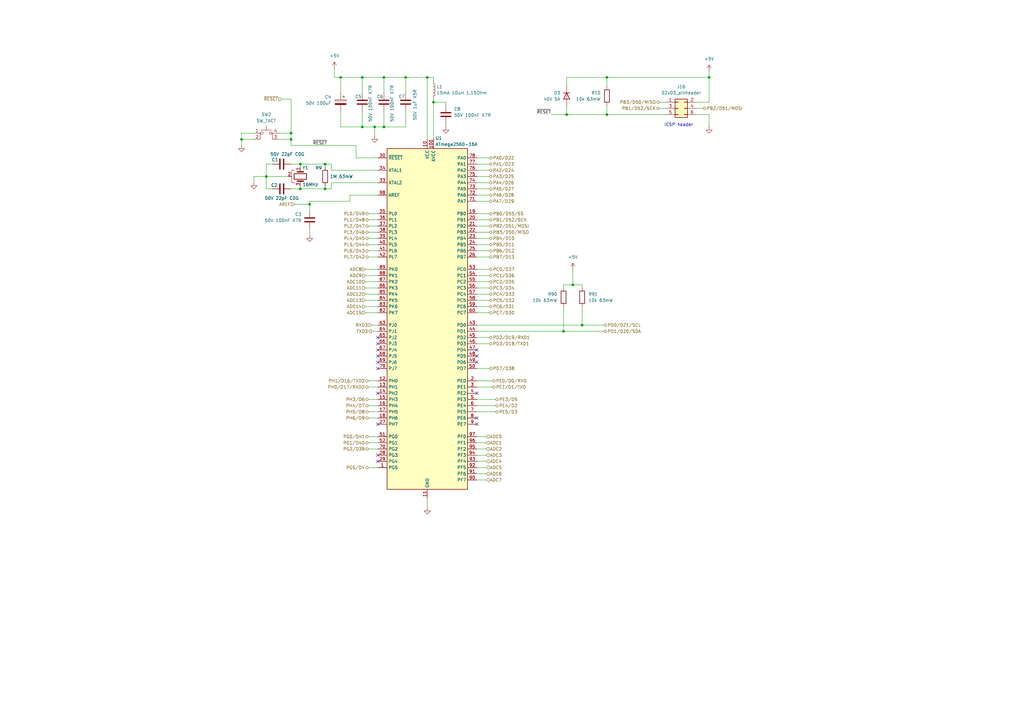
<source format=kicad_sch>
(kicad_sch (version 20250114) (generator "eeschema") (generator_version "9.0")
  (paper "A3")
  (title_block (title "Fontys adaptive robotics AGV platform.") (date "2025-03-01") (rev "V1.0") (company "Mete Han Keskin") (comment 1 "MIT License. Copyright (c) 2025 kestech.net"))
  (lib_symbols
    (symbol "Connector_Generic:Conn_02x03_Odd_Even" (pin_names (offset 1.016) (hide yes))
      (property "Reference" "J" (at 1.27 5.08 0))
      (property "Value" "Conn_02x03_Odd_Even" (at 1.27 -5.08 0))
      (symbol "Conn_02x03_Odd_Even_1_1"
        (rectangle (start -1.27 3.81) (end 3.81 -3.81) (stroke (width 0.254)) (fill (type background)))
        (rectangle (start -1.27 2.667) (end 0 2.413) (stroke (width 0.1524)))
        (rectangle (start -1.27 0.127) (end 0 -0.127) (stroke (width 0.1524)))
        (rectangle (start -1.27 -2.413) (end 0 -2.667) (stroke (width 0.1524)))
        (rectangle (start 3.81 2.667) (end 2.54 2.413) (stroke (width 0.1524)))
        (rectangle (start 3.81 0.127) (end 2.54 -0.127) (stroke (width 0.1524)))
        (rectangle (start 3.81 -2.413) (end 2.54 -2.667) (stroke (width 0.1524)))
        (pin passive line (at -5.08 2.54 0) (length 3.81) (name "Pin_1") (number "1"))
        (pin passive line (at -5.08 0 0) (length 3.81) (name "Pin_3") (number "3"))
        (pin passive line (at -5.08 -2.54 0) (length 3.81) (name "Pin_5") (number "5"))
        (pin passive line (at 7.62 2.54 180) (length 3.81) (name "Pin_2") (number "2"))
        (pin passive line (at 7.62 0 180) (length 3.81) (name "Pin_4") (number "4"))
        (pin passive line (at 7.62 -2.54 180) (length 3.81) (name "Pin_6") (number "6"))
      )
    )
    (symbol "Device:C" (pin_numbers (hide yes)) (pin_names (offset 0.254))
      (property "Reference" "C" (at 0.635 2.54 0))
      (property "Value" "C" (at 0.635 -2.54 0))
      (symbol "C_0_1"
        (polyline (pts (xy -2.032 0.762) (xy 2.032 0.762)) (stroke (width 0.508)))
        (polyline (pts (xy -2.032 -0.762) (xy 2.032 -0.762)) (stroke (width 0.508)))
      )
      (symbol "C_1_1"
        (pin passive line (at 0 3.81 270) (length 2.794) (name "~") (number "1"))
        (pin passive line (at 0 -3.81 90) (length 2.794) (name "~") (number "2"))
      )
    )
    (symbol "Device:C_Polarized" (pin_numbers (hide yes)) (pin_names (offset 0.254))
      (property "Reference" "C" (at 0.635 2.54 0))
      (property "Value" "C_Polarized" (at 0.635 -2.54 0))
      (symbol "C_Polarized_0_1"
        (rectangle (start -2.286 0.508) (end 2.286 1.016))
        (polyline (pts (xy -1.778 2.286) (xy -0.762 2.286)))
        (polyline (pts (xy -1.27 2.794) (xy -1.27 1.778)))
        (rectangle (start 2.286 -0.508) (end -2.286 -1.016) (fill (type outline)))
      )
      (symbol "C_Polarized_1_1"
        (pin passive line (at 0 3.81 270) (length 2.794) (name "~") (number "1"))
        (pin passive line (at 0 -3.81 90) (length 2.794) (name "~") (number "2"))
      )
    )
    (symbol "Device:Crystal_GND2" (pin_names (offset 1.016) (hide yes))
      (property "Reference" "Y" (at 0 5.715 0))
      (property "Value" "Crystal_GND2" (at 0 3.81 0))
      (symbol "Crystal_GND2_0_1"
        (polyline (pts (xy -2.54 0) (xy -1.905 0)))
        (polyline (pts (xy -2.54 -2.286) (xy -2.54 -3.556) (xy 2.54 -3.556) (xy 2.54 -2.286)))
        (polyline (pts (xy -1.905 -1.27) (xy -1.905 1.27)) (stroke (width 0.508)))
        (rectangle (start -1.143 2.54) (end 1.143 -2.54) (stroke (width 0.3048)))
        (polyline (pts (xy 0 -3.81) (xy 0 -3.556)))
        (polyline (pts (xy 1.905 1.27) (xy 1.905 -1.27)) (stroke (width 0.508)))
        (polyline (pts (xy 1.905 0) (xy 2.54 0)))
      )
      (symbol "Crystal_GND2_1_1"
        (pin passive line (at -3.81 0 0) (length 1.27) (name "1") (number "1"))
        (pin passive line (at 0 -5.08 90) (length 1.27) (name "2") (number "2"))
        (pin passive line (at 3.81 0 180) (length 1.27) (name "3") (number "3"))
      )
    )
    (symbol "Device:D" (pin_numbers (hide yes)) (pin_names (offset 1.016) (hide yes))
      (property "Reference" "D" (at 0 2.54 0))
      (property "Value" "D" (at 0 -2.54 0))
      (symbol "D_0_1"
        (polyline (pts (xy -1.27 1.27) (xy -1.27 -1.27)) (stroke (width 0.254)))
        (polyline (pts (xy 1.27 1.27) (xy 1.27 -1.27) (xy -1.27 0) (xy 1.27 1.27)) (stroke (width 0.254)))
        (polyline (pts (xy 1.27 0) (xy -1.27 0)))
      )
      (symbol "D_1_1"
        (pin passive line (at -3.81 0 0) (length 2.54) (name "K") (number "1"))
        (pin passive line (at 3.81 0 180) (length 2.54) (name "A") (number "2"))
      )
    )
    (symbol "Device:L" (pin_numbers (hide yes)) (pin_names (offset 1.016) (hide yes))
      (property "Reference" "L" (at -1.27 0 90))
      (property "Value" "L" (at 1.905 0 90))
      (symbol "L_0_1"
        (arc (start 0 2.54) (mid 0.6323 1.905) (end 0 1.27))
        (arc (start 0 1.27) (mid 0.6323 0.635) (end 0 0))
        (arc (start 0 0) (mid 0.6323 -0.635) (end 0 -1.27))
        (arc (start 0 -1.27) (mid 0.6323 -1.905) (end 0 -2.54))
      )
      (symbol "L_1_1"
        (pin passive line (at 0 3.81 270) (length 1.27) (name "1") (number "1"))
        (pin passive line (at 0 -3.81 90) (length 1.27) (name "2") (number "2"))
      )
    )
    (symbol "Device:R" (pin_numbers (hide yes)) (pin_names (offset 0))
      (property "Reference" "R" (at 2.032 0 90))
      (property "Value" "R" (at 0 0 90))
      (symbol "R_0_1"
        (rectangle (start -1.016 -2.54) (end 1.016 2.54) (stroke (width 0.254)))
      )
      (symbol "R_1_1"
        (pin passive line (at 0 3.81 270) (length 1.27) (name "~") (number "1"))
        (pin passive line (at 0 -3.81 90) (length 1.27) (name "~") (number "2"))
      )
    )
    (symbol "MCU_Microchip_ATmega:ATmega2560-16A"
      (property "Reference" "U" (at 0 1.27 0))
      (property "Value" "ATmega2560-16A" (at 0 -1.27 0))
      (symbol "ATmega2560-16A_0_1"
        (rectangle (start -16.51 -69.85) (end 16.51 69.85) (stroke (width 0.254)) (fill (type background)))
      )
      (symbol "ATmega2560-16A_1_1"
        (pin input line (at -20.32 66.04 0) (length 3.81) (name "~{RESET}") (number "30"))
        (pin input line (at -20.32 60.96 0) (length 3.81) (name "XTAL1") (number "34"))
        (pin output line (at -20.32 55.88 0) (length 3.81) (name "XTAL2") (number "33"))
        (pin passive line (at -20.32 50.8 0) (length 3.81) (name "AREF") (number "98"))
        (pin bidirectional line (at -20.32 43.18 0) (length 3.81) (name "PL0") (number "35"))
        (pin bidirectional line (at -20.32 40.64 0) (length 3.81) (name "PL1") (number "36"))
        (pin bidirectional line (at -20.32 38.1 0) (length 3.81) (name "PL2") (number "37"))
        (pin bidirectional line (at -20.32 35.56 0) (length 3.81) (name "PL3") (number "38"))
        (pin bidirectional line (at -20.32 33.02 0) (length 3.81) (name "PL4") (number "39"))
        (pin bidirectional line (at -20.32 30.48 0) (length 3.81) (name "PL5") (number "40"))
        (pin bidirectional line (at -20.32 27.94 0) (length 3.81) (name "PL6") (number "41"))
        (pin bidirectional line (at -20.32 25.4 0) (length 3.81) (name "PL7") (number "42"))
        (pin bidirectional line (at -20.32 20.32 0) (length 3.81) (name "PK0") (number "89"))
        (pin bidirectional line (at -20.32 17.78 0) (length 3.81) (name "PK1") (number "88"))
        (pin bidirectional line (at -20.32 15.24 0) (length 3.81) (name "PK2") (number "87"))
        (pin bidirectional line (at -20.32 12.7 0) (length 3.81) (name "PK3") (number "86"))
        (pin bidirectional line (at -20.32 10.16 0) (length 3.81) (name "PK4") (number "85"))
        (pin bidirectional line (at -20.32 7.62 0) (length 3.81) (name "PK5") (number "84"))
        (pin bidirectional line (at -20.32 5.08 0) (length 3.81) (name "PK6") (number "83"))
        (pin bidirectional line (at -20.32 2.54 0) (length 3.81) (name "PK7") (number "82"))
        (pin bidirectional line (at -20.32 -2.54 0) (length 3.81) (name "PJ0") (number "63"))
        (pin bidirectional line (at -20.32 -5.08 0) (length 3.81) (name "PJ1") (number "64"))
        (pin bidirectional line (at -20.32 -7.62 0) (length 3.81) (name "PJ2") (number "65"))
        (pin bidirectional line (at -20.32 -10.16 0) (length 3.81) (name "PJ3") (number "66"))
        (pin bidirectional line (at -20.32 -12.7 0) (length 3.81) (name "PJ4") (number "67"))
        (pin bidirectional line (at -20.32 -15.24 0) (length 3.81) (name "PJ5") (number "68"))
        (pin bidirectional line (at -20.32 -17.78 0) (length 3.81) (name "PJ6") (number "69"))
        (pin bidirectional line (at -20.32 -20.32 0) (length 3.81) (name "PJ7") (number "79"))
        (pin bidirectional line (at -20.32 -25.4 0) (length 3.81) (name "PH0") (number "12"))
        (pin bidirectional line (at -20.32 -27.94 0) (length 3.81) (name "PH1") (number "13"))
        (pin bidirectional line (at -20.32 -30.48 0) (length 3.81) (name "PH2") (number "14"))
        (pin bidirectional line (at -20.32 -33.02 0) (length 3.81) (name "PH3") (number "15"))
        (pin bidirectional line (at -20.32 -35.56 0) (length 3.81) (name "PH4") (number "16"))
        (pin bidirectional line (at -20.32 -38.1 0) (length 3.81) (name "PH5") (number "17"))
        (pin bidirectional line (at -20.32 -40.64 0) (length 3.81) (name "PH6") (number "18"))
        (pin bidirectional line (at -20.32 -43.18 0) (length 3.81) (name "PH7") (number "27"))
        (pin bidirectional line (at -20.32 -48.26 0) (length 3.81) (name "PG0") (number "51"))
        (pin bidirectional line (at -20.32 -50.8 0) (length 3.81) (name "PG1") (number "52"))
        (pin bidirectional line (at -20.32 -53.34 0) (length 3.81) (name "PG2") (number "70"))
        (pin bidirectional line (at -20.32 -55.88 0) (length 3.81) (name "PG3") (number "28"))
        (pin bidirectional line (at -20.32 -58.42 0) (length 3.81) (name "PG4") (number "29"))
        (pin bidirectional line (at -20.32 -60.96 0) (length 3.81) (name "PG5") (number "1"))
        (pin power_in line (at 0 73.66 270) (length 3.81) (name "VCC") (number "10"))
        (pin passive line (at 0 73.66 270) (length 3.81) (hide yes) (name "VCC") (number "31"))
        (pin passive line (at 0 73.66 270) (length 3.81) (hide yes) (name "VCC") (number "61"))
        (pin passive line (at 0 73.66 270) (length 3.81) (hide yes) (name "VCC") (number "80"))
        (pin power_in line (at 0 -73.66 90) (length 3.81) (name "GND") (number "11"))
        (pin passive line (at 0 -73.66 90) (length 3.81) (hide yes) (name "GND") (number "32"))
        (pin passive line (at 0 -73.66 90) (length 3.81) (hide yes) (name "GND") (number "62"))
        (pin passive line (at 0 -73.66 90) (length 3.81) (hide yes) (name "GND") (number "81"))
        (pin passive line (at 0 -73.66 90) (length 3.81) (hide yes) (name "GND") (number "99"))
        (pin power_in line (at 2.54 73.66 270) (length 3.81) (name "AVCC") (number "100"))
        (pin bidirectional line (at 20.32 66.04 180) (length 3.81) (name "PA0") (number "78"))
        (pin bidirectional line (at 20.32 63.5 180) (length 3.81) (name "PA1") (number "77"))
        (pin bidirectional line (at 20.32 60.96 180) (length 3.81) (name "PA2") (number "76"))
        (pin bidirectional line (at 20.32 58.42 180) (length 3.81) (name "PA3") (number "75"))
        (pin bidirectional line (at 20.32 55.88 180) (length 3.81) (name "PA4") (number "74"))
        (pin bidirectional line (at 20.32 53.34 180) (length 3.81) (name "PA5") (number "73"))
        (pin bidirectional line (at 20.32 50.8 180) (length 3.81) (name "PA6") (number "72"))
        (pin bidirectional line (at 20.32 48.26 180) (length 3.81) (name "PA7") (number "71"))
        (pin bidirectional line (at 20.32 43.18 180) (length 3.81) (name "PB0") (number "19"))
        (pin bidirectional line (at 20.32 40.64 180) (length 3.81) (name "PB1") (number "20"))
        (pin bidirectional line (at 20.32 38.1 180) (length 3.81) (name "PB2") (number "21"))
        (pin bidirectional line (at 20.32 35.56 180) (length 3.81) (name "PB3") (number "22"))
        (pin bidirectional line (at 20.32 33.02 180) (length 3.81) (name "PB4") (number "23"))
        (pin bidirectional line (at 20.32 30.48 180) (length 3.81) (name "PB5") (number "24"))
        (pin bidirectional line (at 20.32 27.94 180) (length 3.81) (name "PB6") (number "25"))
        (pin bidirectional line (at 20.32 25.4 180) (length 3.81) (name "PB7") (number "26"))
        (pin bidirectional line (at 20.32 20.32 180) (length 3.81) (name "PC0") (number "53"))
        (pin bidirectional line (at 20.32 17.78 180) (length 3.81) (name "PC1") (number "54"))
        (pin bidirectional line (at 20.32 15.24 180) (length 3.81) (name "PC2") (number "55"))
        (pin bidirectional line (at 20.32 12.7 180) (length 3.81) (name "PC3") (number "56"))
        (pin bidirectional line (at 20.32 10.16 180) (length 3.81) (name "PC4") (number "57"))
        (pin bidirectional line (at 20.32 7.62 180) (length 3.81) (name "PC5") (number "58"))
        (pin bidirectional line (at 20.32 5.08 180) (length 3.81) (name "PC6") (number "59"))
        (pin bidirectional line (at 20.32 2.54 180) (length 3.81) (name "PC7") (number "60"))
        (pin bidirectional line (at 20.32 -2.54 180) (length 3.81) (name "PD0") (number "43"))
        (pin bidirectional line (at 20.32 -5.08 180) (length 3.81) (name "PD1") (number "44"))
        (pin bidirectional line (at 20.32 -7.62 180) (length 3.81) (name "PD2") (number "45"))
        (pin bidirectional line (at 20.32 -10.16 180) (length 3.81) (name "PD3") (number "46"))
        (pin bidirectional line (at 20.32 -12.7 180) (length 3.81) (name "PD4") (number "47"))
        (pin bidirectional line (at 20.32 -15.24 180) (length 3.81) (name "PD5") (number "48"))
        (pin bidirectional line (at 20.32 -17.78 180) (length 3.81) (name "PD6") (number "49"))
        (pin bidirectional line (at 20.32 -20.32 180) (length 3.81) (name "PD7") (number "50"))
        (pin bidirectional line (at 20.32 -25.4 180) (length 3.81) (name "PE0") (number "2"))
        (pin bidirectional line (at 20.32 -27.94 180) (length 3.81) (name "PE1") (number "3"))
        (pin bidirectional line (at 20.32 -30.48 180) (length 3.81) (name "PE2") (number "4"))
        (pin bidirectional line (at 20.32 -33.02 180) (length 3.81) (name "PE3") (number "5"))
        (pin bidirectional line (at 20.32 -35.56 180) (length 3.81) (name "PE4") (number "6"))
        (pin bidirectional line (at 20.32 -38.1 180) (length 3.81) (name "PE5") (number "7"))
        (pin bidirectional line (at 20.32 -40.64 180) (length 3.81) (name "PE6") (number "8"))
        (pin bidirectional line (at 20.32 -43.18 180) (length 3.81) (name "PE7") (number "9"))
        (pin bidirectional line (at 20.32 -48.26 180) (length 3.81) (name "PF0") (number "97"))
        (pin bidirectional line (at 20.32 -50.8 180) (length 3.81) (name "PF1") (number "96"))
        (pin bidirectional line (at 20.32 -53.34 180) (length 3.81) (name "PF2") (number "95"))
        (pin bidirectional line (at 20.32 -55.88 180) (length 3.81) (name "PF3") (number "94"))
        (pin bidirectional line (at 20.32 -58.42 180) (length 3.81) (name "PF4") (number "93"))
        (pin bidirectional line (at 20.32 -60.96 180) (length 3.81) (name "PF5") (number "92"))
        (pin bidirectional line (at 20.32 -63.5 180) (length 3.81) (name "PF6") (number "91"))
        (pin bidirectional line (at 20.32 -66.04 180) (length 3.81) (name "PF7") (number "90"))
      )
    )
    (symbol "Switch:SW_MEC_5E" (pin_names (offset 1.016) (hide yes))
      (property "Reference" "SW" (at 0.635 5.715 0))
      (property "Value" "SW_MEC_5E" (at 0 -3.175 0))
      (symbol "SW_MEC_5E_0_1"
        (polyline (pts (xy -2.54 0) (xy -2.54 2.54) (xy -2.286 2.54)))
        (polyline (pts (xy -2.286 3.81) (xy 2.286 3.81)))
        (circle (center -1.778 2.54) (radius 0.508))
        (polyline (pts (xy 0 3.81) (xy 0 5.588)))
        (circle (center 1.778 2.54) (radius 0.508))
        (polyline (pts (xy 2.54 0) (xy 2.54 2.54) (xy 2.286 2.54)))
        (pin passive line (at -5.08 2.54 0) (length 2.54) (name "1") (number "1"))
        (pin passive line (at -5.08 0 0) (length 2.54) (name "2") (number "2"))
        (pin passive line (at 5.08 2.54 180) (length 2.54) (name "A") (number "4"))
        (pin passive line (at 5.08 0 180) (length 2.54) (name "K") (number "3"))
      )
    )
    (symbol "power:+5V" (power) (pin_numbers (hide yes)) (pin_names (offset 0) (hide yes))
      (property "Value" "+5V" (at 0 3.556 0))
      (symbol "+5V_0_1"
        (polyline (pts (xy -0.762 1.27) (xy 0 2.54)))
        (polyline (pts (xy 0 2.54) (xy 0.762 1.27)))
        (polyline (pts (xy 0 0) (xy 0 2.54)))
      )
      (symbol "+5V_1_1"
        (pin power_in line (at 0 0 90) (length 0) (name "~") (number "1"))
      )
    )
    (symbol "power:GND" (power) (pin_numbers (hide yes)) (pin_names (offset 0) (hide yes))
      (property "Value" "GND" (at 0 -3.81 0))
      (symbol "GND_0_1"
        (polyline (pts (xy 0 0) (xy 0 -1.27) (xy 1.27 -1.27) (xy 0 -2.54) (xy -1.27 -1.27) (xy 0 -1.27)))
      )
      (symbol "GND_1_1"
        (pin power_in line (at 0 0 270) (length 0) (name "~") (number "1"))
      )
    )
  )
  (text "ICSP header" (at 278.384 51.308 0) (effects (font (size 1.27 1.27))))
  (junction (at 157.48 31.75))
  (junction (at 139.7 31.75))
  (junction (at 175.26 31.75))
  (junction (at 248.92 31.75))
  (junction (at 238.76 133.35))
  (junction (at 123.19 77.47))
  (junction (at 153.67 52.07))
  (junction (at 231.14 135.89))
  (junction (at 133.35 77.47))
  (junction (at 99.06 57.15))
  (junction (at 232.41 46.99))
  (junction (at 177.8 41.91))
  (junction (at 119.38 57.15))
  (junction (at 133.35 67.31))
  (junction (at 119.38 54.61))
  (junction (at 166.37 31.75))
  (junction (at 148.59 52.07))
  (junction (at 290.83 31.75))
  (junction (at 123.19 67.31))
  (junction (at 248.92 46.99))
  (junction (at 157.48 52.07))
  (junction (at 234.95 116.84))
  (junction (at 109.22 72.39))
  (junction (at 148.59 31.75))
  (junction (at 127 83.82))
  (no_connect (at 195.58 161.29))
  (no_connect (at 195.58 148.59))
  (no_connect (at 154.94 151.13))
  (no_connect (at 154.94 173.99))
  (no_connect (at 195.58 143.51))
  (no_connect (at 195.58 146.05))
  (no_connect (at 154.94 148.59))
  (no_connect (at 154.94 146.05))
  (no_connect (at 154.94 140.97))
  (no_connect (at 195.58 173.99))
  (no_connect (at 154.94 161.29))
  (no_connect (at 154.94 138.43))
  (no_connect (at 154.94 143.51))
  (no_connect (at 154.94 186.69))
  (no_connect (at 154.94 189.23))
  (no_connect (at 195.58 171.45))
  (wire (pts (xy 232.41 43.18) (xy 232.41 46.99)))
  (wire (pts (xy 200.66 123.19) (xy 195.58 123.19)))
  (wire (pts (xy 99.06 57.15) (xy 99.06 59.69)))
  (wire (pts (xy 200.66 95.25) (xy 195.58 95.25)))
  (wire (pts (xy 199.39 191.77) (xy 195.58 191.77)))
  (wire (pts (xy 157.48 31.75) (xy 157.48 38.1)))
  (wire (pts (xy 148.59 45.72) (xy 148.59 52.07)))
  (wire (pts (xy 139.7 31.75) (xy 148.59 31.75)))
  (wire (pts (xy 135.89 69.85) (xy 154.94 69.85)))
  (wire (pts (xy 115.57 40.64) (xy 119.38 40.64)))
  (wire (pts (xy 149.86 125.73) (xy 154.94 125.73)))
  (wire (pts (xy 231.14 135.89) (xy 195.58 135.89)))
  (wire (pts (xy 200.66 100.33) (xy 195.58 100.33)))
  (wire (pts (xy 139.7 52.07) (xy 148.59 52.07)))
  (wire (pts (xy 123.19 67.31) (xy 123.19 68.58)))
  (wire (pts (xy 119.38 67.31) (xy 123.19 67.31)))
  (wire (pts (xy 200.66 110.49) (xy 195.58 110.49)))
  (wire (pts (xy 195.58 69.85) (xy 200.66 69.85)))
  (wire (pts (xy 127 96.52) (xy 127 93.98)))
  (wire (pts (xy 148.59 31.75) (xy 157.48 31.75)))
  (wire (pts (xy 139.7 31.75) (xy 139.7 38.1)))
  (wire (pts (xy 153.67 52.07) (xy 157.48 52.07)))
  (wire (pts (xy 157.48 45.72) (xy 157.48 52.07)))
  (wire (pts (xy 195.58 166.37) (xy 203.2 166.37)))
  (wire (pts (xy 151.13 100.33) (xy 154.94 100.33)))
  (wire (pts (xy 149.86 128.27) (xy 154.94 128.27)))
  (wire (pts (xy 151.13 168.91) (xy 154.94 168.91)))
  (wire (pts (xy 104.14 54.61) (xy 99.06 54.61)))
  (wire (pts (xy 120.65 83.82) (xy 127 83.82)))
  (wire (pts (xy 154.94 64.77) (xy 146.05 64.77)))
  (wire (pts (xy 182.88 41.91) (xy 182.88 43.18)))
  (wire (pts (xy 104.14 57.15) (xy 99.06 57.15)))
  (wire (pts (xy 148.59 31.75) (xy 148.59 38.1)))
  (wire (pts (xy 119.38 59.69) (xy 146.05 59.69)))
  (wire (pts (xy 149.86 118.11) (xy 154.94 118.11)))
  (wire (pts (xy 199.39 189.23) (xy 195.58 189.23)))
  (wire (pts (xy 182.88 41.91) (xy 177.8 41.91)))
  (wire (pts (xy 177.8 31.75) (xy 177.8 33.02)))
  (wire (pts (xy 195.58 80.01) (xy 200.66 80.01)))
  (wire (pts (xy 151.13 191.77) (xy 154.94 191.77)))
  (wire (pts (xy 151.13 90.17) (xy 154.94 90.17)))
  (wire (pts (xy 285.75 44.45) (xy 288.29 44.45)))
  (wire (pts (xy 151.13 105.41) (xy 154.94 105.41)))
  (wire (pts (xy 200.66 125.73) (xy 195.58 125.73)))
  (wire (pts (xy 104.14 74.93) (xy 104.14 72.39)))
  (wire (pts (xy 151.13 163.83) (xy 154.94 163.83)))
  (wire (pts (xy 238.76 125.73) (xy 238.76 133.35)))
  (wire (pts (xy 123.19 77.47) (xy 123.19 76.2)))
  (wire (pts (xy 114.3 54.61) (xy 119.38 54.61)))
  (wire (pts (xy 238.76 133.35) (xy 247.65 133.35)))
  (wire (pts (xy 177.8 41.91) (xy 177.8 57.15)))
  (wire (pts (xy 285.75 46.99) (xy 290.83 46.99)))
  (wire (pts (xy 151.13 171.45) (xy 154.94 171.45)))
  (wire (pts (xy 199.39 196.85) (xy 195.58 196.85)))
  (wire (pts (xy 151.13 158.75) (xy 154.94 158.75)))
  (wire (pts (xy 248.92 35.56) (xy 248.92 31.75)))
  (wire (pts (xy 151.13 156.21) (xy 154.94 156.21)))
  (wire (pts (xy 109.22 72.39) (xy 118.11 72.39)))
  (wire (pts (xy 247.65 135.89) (xy 231.14 135.89)))
  (wire (pts (xy 195.58 151.13) (xy 200.66 151.13)))
  (wire (pts (xy 195.58 74.93) (xy 200.66 74.93)))
  (wire (pts (xy 151.13 179.07) (xy 154.94 179.07)))
  (wire (pts (xy 143.51 82.55) (xy 143.51 80.01)))
  (wire (pts (xy 177.8 40.64) (xy 177.8 41.91)))
  (wire (pts (xy 166.37 31.75) (xy 175.26 31.75)))
  (wire (pts (xy 234.95 110.49) (xy 234.95 116.84)))
  (wire (pts (xy 182.88 50.8) (xy 182.88 52.07)))
  (wire (pts (xy 290.83 46.99) (xy 290.83 52.07)))
  (wire (pts (xy 195.58 82.55) (xy 200.66 82.55)))
  (wire (pts (xy 135.89 67.31) (xy 135.89 69.85)))
  (wire (pts (xy 195.58 156.21) (xy 201.93 156.21)))
  (wire (pts (xy 270.51 44.45) (xy 273.05 44.45)))
  (wire (pts (xy 127 86.36) (xy 127 83.82)))
  (wire (pts (xy 151.13 184.15) (xy 154.94 184.15)))
  (wire (pts (xy 199.39 181.61) (xy 195.58 181.61)))
  (wire (pts (xy 290.83 29.21) (xy 290.83 31.75)))
  (wire (pts (xy 133.35 77.47) (xy 123.19 77.47)))
  (wire (pts (xy 137.16 31.75) (xy 139.7 31.75)))
  (wire (pts (xy 137.16 27.94) (xy 137.16 31.75)))
  (wire (pts (xy 135.89 77.47) (xy 133.35 77.47)))
  (wire (pts (xy 133.35 68.58) (xy 133.35 67.31)))
  (wire (pts (xy 199.39 184.15) (xy 195.58 184.15)))
  (wire (pts (xy 200.66 90.17) (xy 195.58 90.17)))
  (wire (pts (xy 152.4 133.35) (xy 154.94 133.35)))
  (wire (pts (xy 200.66 140.97) (xy 195.58 140.97)))
  (wire (pts (xy 146.05 64.77) (xy 146.05 59.69)))
  (wire (pts (xy 195.58 64.77) (xy 200.66 64.77)))
  (wire (pts (xy 195.58 72.39) (xy 200.66 72.39)))
  (wire (pts (xy 226.06 46.99) (xy 232.41 46.99)))
  (wire (pts (xy 195.58 168.91) (xy 203.2 168.91)))
  (wire (pts (xy 234.95 116.84) (xy 238.76 116.84)))
  (wire (pts (xy 149.86 115.57) (xy 154.94 115.57)))
  (wire (pts (xy 290.83 31.75) (xy 290.83 41.91)))
  (wire (pts (xy 232.41 46.99) (xy 248.92 46.99)))
  (wire (pts (xy 200.66 138.43) (xy 195.58 138.43)))
  (wire (pts (xy 175.26 31.75) (xy 175.26 57.15)))
  (wire (pts (xy 139.7 45.72) (xy 139.7 52.07)))
  (wire (pts (xy 151.13 92.71) (xy 154.94 92.71)))
  (wire (pts (xy 149.86 123.19) (xy 154.94 123.19)))
  (wire (pts (xy 199.39 179.07) (xy 195.58 179.07)))
  (wire (pts (xy 231.14 125.73) (xy 231.14 135.89)))
  (wire (pts (xy 119.38 57.15) (xy 114.3 57.15)))
  (wire (pts (xy 151.13 181.61) (xy 154.94 181.61)))
  (wire (pts (xy 166.37 52.07) (xy 166.37 45.72)))
  (wire (pts (xy 199.39 186.69) (xy 195.58 186.69)))
  (wire (pts (xy 149.86 113.03) (xy 154.94 113.03)))
  (wire (pts (xy 152.4 135.89) (xy 154.94 135.89)))
  (wire (pts (xy 104.14 72.39) (xy 109.22 72.39)))
  (wire (pts (xy 200.66 97.79) (xy 195.58 97.79)))
  (wire (pts (xy 199.39 194.31) (xy 195.58 194.31)))
  (wire (pts (xy 119.38 77.47) (xy 123.19 77.47)))
  (wire (pts (xy 238.76 116.84) (xy 238.76 118.11)))
  (wire (pts (xy 166.37 31.75) (xy 166.37 38.1)))
  (wire (pts (xy 200.66 118.11) (xy 195.58 118.11)))
  (wire (pts (xy 119.38 59.69) (xy 119.38 57.15)))
  (wire (pts (xy 200.66 92.71) (xy 195.58 92.71)))
  (wire (pts (xy 119.38 40.64) (xy 119.38 54.61)))
  (wire (pts (xy 231.14 116.84) (xy 231.14 118.11)))
  (wire (pts (xy 175.26 204.47) (xy 175.26 208.28)))
  (wire (pts (xy 151.13 87.63) (xy 154.94 87.63)))
  (wire (pts (xy 248.92 43.18) (xy 248.92 46.99)))
  (wire (pts (xy 157.48 31.75) (xy 166.37 31.75)))
  (wire (pts (xy 200.66 105.41) (xy 195.58 105.41)))
  (wire (pts (xy 200.66 120.65) (xy 195.58 120.65)))
  (wire (pts (xy 231.14 116.84) (xy 234.95 116.84)))
  (wire (pts (xy 151.13 166.37) (xy 154.94 166.37)))
  (wire (pts (xy 151.13 102.87) (xy 154.94 102.87)))
  (wire (pts (xy 149.86 120.65) (xy 154.94 120.65)))
  (wire (pts (xy 248.92 31.75) (xy 290.83 31.75)))
  (wire (pts (xy 148.59 52.07) (xy 153.67 52.07)))
  (wire (pts (xy 195.58 77.47) (xy 200.66 77.47)))
  (wire (pts (xy 195.58 67.31) (xy 200.66 67.31)))
  (wire (pts (xy 133.35 67.31) (xy 123.19 67.31)))
  (wire (pts (xy 200.66 102.87) (xy 195.58 102.87)))
  (wire (pts (xy 238.76 133.35) (xy 195.58 133.35)))
  (wire (pts (xy 99.06 54.61) (xy 99.06 57.15)))
  (wire (pts (xy 153.67 52.07) (xy 153.67 55.88)))
  (wire (pts (xy 195.58 163.83) (xy 203.2 163.83)))
  (wire (pts (xy 151.13 97.79) (xy 154.94 97.79)))
  (wire (pts (xy 111.76 67.31) (xy 109.22 67.31)))
  (wire (pts (xy 133.35 67.31) (xy 135.89 67.31)))
  (wire (pts (xy 109.22 67.31) (xy 109.22 72.39)))
  (wire (pts (xy 135.89 74.93) (xy 135.89 77.47)))
  (wire (pts (xy 127 82.55) (xy 143.51 82.55)))
  (wire (pts (xy 127 83.82) (xy 127 82.55)))
  (wire (pts (xy 285.75 41.91) (xy 290.83 41.91)))
  (wire (pts (xy 232.41 35.56) (xy 232.41 31.75)))
  (wire (pts (xy 154.94 74.93) (xy 135.89 74.93)))
  (wire (pts (xy 200.66 87.63) (xy 195.58 87.63)))
  (wire (pts (xy 149.86 110.49) (xy 154.94 110.49)))
  (wire (pts (xy 195.58 158.75) (xy 201.93 158.75)))
  (wire (pts (xy 175.26 31.75) (xy 177.8 31.75)))
  (wire (pts (xy 200.66 115.57) (xy 195.58 115.57)))
  (wire (pts (xy 270.51 41.91) (xy 273.05 41.91)))
  (wire (pts (xy 111.76 77.47) (xy 109.22 77.47)))
  (wire (pts (xy 200.66 128.27) (xy 195.58 128.27)))
  (wire (pts (xy 200.66 113.03) (xy 195.58 113.03)))
  (wire (pts (xy 157.48 52.07) (xy 166.37 52.07)))
  (wire (pts (xy 151.13 95.25) (xy 154.94 95.25)))
  (wire (pts (xy 248.92 46.99) (xy 273.05 46.99)))
  (wire (pts (xy 143.51 80.01) (xy 154.94 80.01)))
  (wire (pts (xy 133.35 76.2) (xy 133.35 77.47)))
  (wire (pts (xy 109.22 77.47) (xy 109.22 72.39)))
  (wire (pts (xy 232.41 31.75) (xy 248.92 31.75)))
  (wire (pts (xy 119.38 57.15) (xy 119.38 54.61)))
  (label "~{RESET}" (at 128.27 59.69 0))
  (label "~{RESET}" (at 226.06 46.99 180))
  (hierarchical_label "PC6{slash}D31" (shape bidirectional) (at 200.66 125.73 0))
  (hierarchical_label "PB5{slash}D11" (shape bidirectional) (at 200.66 100.33 0))
  (hierarchical_label "PC1{slash}D36" (shape bidirectional) (at 200.66 113.03 0))
  (hierarchical_label "ADC13" (shape input) (at 149.86 123.19 180))
  (hierarchical_label "PG5{slash}D4" (shape bidirectional) (at 151.13 191.77 180))
  (hierarchical_label "TXD3" (shape output) (at 152.4 135.89 180))
  (hierarchical_label "PB1{slash}D52{slash}SCK" (shape bidirectional) (at 200.66 90.17 0))
  (hierarchical_label "PA6{slash}D28" (shape bidirectional) (at 200.66 80.01 0))
  (hierarchical_label "PC2{slash}D35" (shape bidirectional) (at 200.66 115.57 0))
  (hierarchical_label "PG0{slash}D41" (shape bidirectional) (at 151.13 179.07 180))
  (hierarchical_label "PC5{slash}D32" (shape bidirectional) (at 200.66 123.19 0))
  (hierarchical_label "~{RESET}" (shape input) (at 115.57 40.64 180))
  (hierarchical_label "ADC5" (shape input) (at 199.39 191.77 0))
  (hierarchical_label "PH5{slash}D8" (shape bidirectional) (at 151.13 168.91 180))
  (hierarchical_label "PE5{slash}D3" (shape bidirectional) (at 203.2 168.91 0))
  (hierarchical_label "PB3{slash}D50{slash}MISO" (shape bidirectional) (at 270.51 41.91 180))
  (hierarchical_label "PH6{slash}D9" (shape bidirectional) (at 151.13 171.45 180))
  (hierarchical_label "PH3{slash}D6" (shape bidirectional) (at 151.13 163.83 180))
  (hierarchical_label "PA7{slash}D29" (shape bidirectional) (at 200.66 82.55 0))
  (hierarchical_label "PC7{slash}D30" (shape bidirectional) (at 200.66 128.27 0))
  (hierarchical_label "RXD3" (shape input) (at 152.4 133.35 180))
  (hierarchical_label "PD1{slash}D20{slash}SDA" (shape bidirectional) (at 247.65 135.89 0))
  (hierarchical_label "PL4{slash}D45" (shape bidirectional) (at 151.13 97.79 180))
  (hierarchical_label "ADC4" (shape input) (at 199.39 189.23 0))
  (hierarchical_label "PG2{slash}D39" (shape bidirectional) (at 151.13 184.15 180))
  (hierarchical_label "ADC1" (shape input) (at 199.39 181.61 0))
  (hierarchical_label "PE4{slash}D2" (shape bidirectional) (at 203.2 166.37 0))
  (hierarchical_label "ADC7" (shape input) (at 199.39 196.85 0))
  (hierarchical_label "PB2{slash}D51{slash}MOSI" (shape bidirectional) (at 288.29 44.45 0))
  (hierarchical_label "PB4{slash}D10" (shape bidirectional) (at 200.66 97.79 0))
  (hierarchical_label "ADC11" (shape input) (at 149.86 118.11 180))
  (hierarchical_label "PL5{slash}D44" (shape bidirectional) (at 151.13 100.33 180))
  (hierarchical_label "ADC15" (shape input) (at 149.86 128.27 180))
  (hierarchical_label "PH1{slash}D16{slash}TXD2" (shape bidirectional) (at 151.13 156.21 180))
  (hierarchical_label "ADC8" (shape input) (at 149.86 110.49 180))
  (hierarchical_label "PB2{slash}D51{slash}MOSI" (shape bidirectional) (at 200.66 92.71 0))
  (hierarchical_label "PB0{slash}D55{slash}SS" (shape bidirectional) (at 200.66 87.63 0))
  (hierarchical_label "PC4{slash}D33" (shape bidirectional) (at 200.66 120.65 0))
  (hierarchical_label "PA5{slash}D27" (shape bidirectional) (at 200.66 77.47 0))
  (hierarchical_label "PA2{slash}D24" (shape bidirectional) (at 200.66 69.85 0))
  (hierarchical_label "PD3{slash}D18{slash}TXD1" (shape bidirectional) (at 200.66 140.97 0))
  (hierarchical_label "PD0{slash}D21{slash}SCL" (shape bidirectional) (at 247.65 133.35 0))
  (hierarchical_label "PE3{slash}D5" (shape bidirectional) (at 203.2 163.83 0))
  (hierarchical_label "PB7{slash}D13" (shape bidirectional) (at 200.66 105.41 0))
  (hierarchical_label "PG1{slash}D40" (shape bidirectional) (at 151.13 181.61 180))
  (hierarchical_label "ADC0" (shape input) (at 199.39 179.07 0))
  (hierarchical_label "PA3{slash}D25" (shape bidirectional) (at 200.66 72.39 0))
  (hierarchical_label "PD7{slash}D38" (shape bidirectional) (at 200.66 151.13 0))
  (hierarchical_label "PC3{slash}D34" (shape bidirectional) (at 200.66 118.11 0))
  (hierarchical_label "ADC6" (shape input) (at 199.39 194.31 0))
  (hierarchical_label "PC0{slash}D37" (shape bidirectional) (at 200.66 110.49 0))
  (hierarchical_label "PH0{slash}D17{slash}RXD2" (shape bidirectional) (at 151.13 158.75 180))
  (hierarchical_label "PE0{slash}D0{slash}RX0" (shape bidirectional) (at 201.93 156.21 0))
  (hierarchical_label "PH4{slash}D7" (shape bidirectional) (at 151.13 166.37 180))
  (hierarchical_label "PL6{slash}D43" (shape bidirectional) (at 151.13 102.87 180))
  (hierarchical_label "PA1{slash}D23" (shape bidirectional) (at 200.66 67.31 0))
  (hierarchical_label "PL2{slash}D47" (shape bidirectional) (at 151.13 92.71 180))
  (hierarchical_label "ADC10" (shape input) (at 149.86 115.57 180))
  (hierarchical_label "ADC14" (shape input) (at 149.86 125.73 180))
  (hierarchical_label "PE1{slash}D1{slash}TX0" (shape bidirectional) (at 201.93 158.75 0))
  (hierarchical_label "PL0{slash}D49" (shape bidirectional) (at 151.13 87.63 180))
  (hierarchical_label "PL7{slash}D42" (shape bidirectional) (at 151.13 105.41 180))
  (hierarchical_label "PA4{slash}D26" (shape bidirectional) (at 200.66 74.93 0))
  (hierarchical_label "PL3{slash}D46" (shape bidirectional) (at 151.13 95.25 180))
  (hierarchical_label "PB1{slash}D52{slash}SCK" (shape bidirectional) (at 270.51 44.45 180))
  (hierarchical_label "ADC3" (shape input) (at 199.39 186.69 0))
  (hierarchical_label "AREF" (shape input) (at 120.65 83.82 180))
  (hierarchical_label "PA0{slash}D22" (shape bidirectional) (at 200.66 64.77 0))
  (hierarchical_label "PB3{slash}D50{slash}MISO" (shape bidirectional) (at 200.66 95.25 0))
  (hierarchical_label "PL1{slash}D48" (shape bidirectional) (at 151.13 90.17 180))
  (hierarchical_label "ADC12" (shape input) (at 149.86 120.65 180))
  (hierarchical_label "ADC9" (shape input) (at 149.86 113.03 180))
  (hierarchical_label "PB6{slash}D12" (shape bidirectional) (at 200.66 102.87 0))
  (hierarchical_label "ADC2" (shape input) (at 199.39 184.15 0))
  (hierarchical_label "PD2{slash}D19{slash}RXD1" (shape bidirectional) (at 200.66 138.43 0))
  (symbol (lib_id "power:GND") (at 290.83 52.07 0) (unit 1)
    (property "Reference" "#PWR051" (effects (hide yes)))
    (property "Value" "GND" (effects (hide yes)))
    (property "Description" "Power symbol creates a global label with name \"GND\" , ground" (effects (hide yes)))
  )
  (symbol (lib_id "Device:C") (at 182.88 46.99 0) (mirror y) (unit 1)
    (property "Reference" "C8" (at 186.182 44.704 0) (effects (justify right)))
    (property "Value" "50V 100nF X7R" (at 186.182 47.244 0) (effects (justify right)))
    (property "Footprint" "Capacitor_SMD:C_0603_1608Metric" (effects (hide yes)))
    (property "Datasheet" "https://jlcpcb.com/api/file/downloadByFileSystemAccessId/8579707083955945472" (effects (hide yes)))
    (property "Description" "Unpolarized capacitor" (effects (hide yes)))
    (property "JLCPCB" "C14663" (effects (hide yes)))
  )
  (symbol (lib_id "Device:C") (at 166.37 41.91 0) (unit 1)
    (property "Reference" "C7" (at 166.116 39.624 0) (effects (justify right)))
    (property "Value" "50V 1uF X5R" (at 170.18 36.576 90) (effects (justify right)))
    (property "Footprint" "Capacitor_SMD:C_0603_1608Metric" (effects (hide yes)))
    (property "Datasheet" "https://jlcpcb.com/api/file/downloadByFileSystemAccessId/8556213788459761664" (effects (hide yes)))
    (property "Description" "Unpolarized capacitor" (effects (hide yes)))
    (property "JLCPCB" "C15849" (effects (hide yes)))
  )
  (symbol (lib_id "Device:R") (at 248.92 39.37 0) (mirror x) (unit 1)
    (property "Reference" "R10" (at 246.38 38.0999 0) (effects (justify right)))
    (property "Value" "10k 63mW" (at 246.38 40.6399 0) (effects (justify right)))
    (property "Footprint" "Resistor_SMD:R_0402_1005Metric" (effects (hide yes)))
    (property "Datasheet" "https://jlcpcb.com/api/file/downloadByFileSystemAccessId/8556212101498380288" (effects (hide yes)))
    (property "Description" "Resistor" (effects (hide yes)))
    (property "JLCPCB" "C25744" (effects (hide yes)))
  )
  (symbol (lib_id "Device:C") (at 157.48 41.91 0) (mirror y) (unit 1)
    (property "Reference" "C6" (at 157.226 39.624 0) (effects (justify left)))
    (property "Value" "50V 100nF X7R" (at 160.782 50.038 90) (effects (justify left)))
    (property "Footprint" "Capacitor_SMD:C_0603_1608Metric" (effects (hide yes)))
    (property "Datasheet" "https://jlcpcb.com/api/file/downloadByFileSystemAccessId/8579707083955945472" (effects (hide yes)))
    (property "Description" "Unpolarized capacitor" (effects (hide yes)))
    (property "JLCPCB" "C14663" (effects (hide yes)))
  )
  (symbol (lib_id "Device:R") (at 238.76 121.92 180) (unit 1)
    (property "Reference" "R91" (at 241.3 120.6499 0) (effects (justify right)))
    (property "Value" "10k 63mW" (at 241.3 123.1899 0) (effects (justify right)))
    (property "Footprint" "Resistor_SMD:R_0402_1005Metric" (effects (hide yes)))
    (property "Datasheet" "https://jlcpcb.com/api/file/downloadByFileSystemAccessId/8556212101498380288" (effects (hide yes)))
    (property "Description" "Resistor" (effects (hide yes)))
    (property "JLCPCB" "C25744" (effects (hide yes)))
  )
  (symbol (lib_id "Device:R") (at 133.35 72.39 0) (mirror x) (unit 1)
    (property "Reference" "R9" (at 132.08 68.834 0) (effects (justify right)))
    (property "Value" "1M 63mW" (at 144.78 72.39 0) (effects (justify right)))
    (property "Footprint" "Resistor_SMD:R_0603_1608Metric" (effects (hide yes)))
    (property "Description" "Resistor" (effects (hide yes)))
  )
  (symbol (lib_id "Device:C") (at 115.57 77.47 90) (mirror x) (unit 1)
    (property "Reference" "C2" (at 112.522 75.946 90))
    (property "Value" "50V 22pF C0G" (at 115.57 81.28 90))
    (property "Footprint" "Capacitor_SMD:C_0402_1005Metric" (effects (hide yes)))
    (property "Datasheet" "https://jlcpcb.com/api/file/downloadByFileSystemAccessId/8579707297419231232" (effects (hide yes)))
    (property "Description" "Unpolarized capacitor" (effects (hide yes)))
    (property "JLCPCB" "C1555" (effects (hide yes)))
  )
  (symbol (lib_id "power:GND") (at 182.88 52.07 0) (unit 1)
    (property "Reference" "#PWR049" (effects (hide yes)))
    (property "Value" "GND" (effects (hide yes)))
    (property "Description" "Power symbol creates a global label with name \"GND\" , ground" (effects (hide yes)))
  )
  (symbol (lib_id "Device:C") (at 148.59 41.91 0) (mirror y) (unit 1)
    (property "Reference" "C5" (at 148.336 39.624 0) (effects (justify left)))
    (property "Value" "50V 100nF X7R" (at 151.892 50.038 90) (effects (justify left)))
    (property "Footprint" "Capacitor_SMD:C_0603_1608Metric" (effects (hide yes)))
    (property "Datasheet" "https://jlcpcb.com/api/file/downloadByFileSystemAccessId/8579707083955945472" (effects (hide yes)))
    (property "Description" "Unpolarized capacitor" (effects (hide yes)))
    (property "JLCPCB" "C14663" (effects (hide yes)))
  )
  (symbol (lib_id "Device:C") (at 127 90.17 0) (unit 1)
    (property "Reference" "C3" (at 123.698 87.884 0) (effects (justify right)))
    (property "Value" "50V 100nF X7R" (at 123.698 90.424 0) (effects (justify right)))
    (property "Footprint" "Capacitor_SMD:C_0603_1608Metric" (effects (hide yes)))
    (property "Datasheet" "https://jlcpcb.com/api/file/downloadByFileSystemAccessId/8579707083955945472" (effects (hide yes)))
    (property "Description" "Unpolarized capacitor" (effects (hide yes)))
    (property "JLCPCB" "C14663" (effects (hide yes)))
  )
  (symbol (lib_id "power:GND") (at 104.14 74.93 0) (unit 1)
    (property "Reference" "#PWR044" (effects (hide yes)))
    (property "Value" "GND" (effects (hide yes)))
    (property "Description" "Power symbol creates a global label with name \"GND\" , ground" (effects (hide yes)))
  )
  (symbol (lib_id "Connector_Generic:Conn_02x03_Odd_Even") (at 278.13 44.45 0) (unit 1)
    (property "Reference" "J16" (at 279.4 35.56 0))
    (property "Value" "02x03_pinheader" (at 279.4 38.1 0))
    (property "Footprint" "Connector_PinHeader_2.54mm:PinHeader_2x03_P2.54mm_Vertical" (effects (hide yes)))
    (property "Description" "Generic connector, double row, 02x03, odd/even pin numbering scheme (row 1 odd numbers, row 2 even numbers), script generated (kicad-library-utils/schlib/autogen/connector/)" (effects (hide yes)))
  )
  (symbol (lib_id "power:+5V") (at 234.95 110.49 0) (unit 1)
    (property "Reference" "#PWR0131" (effects (hide yes)))
    (property "Value" "+5V" (at 234.95 105.41 0))
    (property "Description" "Power symbol creates a global label with name \"+5V\"" (effects (hide yes)))
  )
  (symbol (lib_id "Device:D") (at 232.41 39.37 90) (mirror x) (unit 1)
    (property "Reference" "D3" (at 229.87 38.0999 90) (effects (justify left)))
    (property "Value" "40V 5A" (at 229.87 40.6399 90) (effects (justify left)))
    (property "Footprint" "Diode_SMD:D_SMA" (effects (hide yes)))
    (property "Datasheet" "https://jlcpcb.com/api/file/downloadByFileSystemAccessId/8579707587489042432" (effects (hide yes)))
    (property "Description" "Diode" (effects (hide yes)))
    (property "Sim.Device" "D" (effects (hide yes)))
    (property "Sim.Pins" "1=K 2=A" (effects (hide yes)))
    (property "JLCPCB" "C22452" (effects (hide yes)))
  )
  (symbol (lib_id "power:GND") (at 153.67 55.88 0) (unit 1)
    (property "Reference" "#PWR047" (effects (hide yes)))
    (property "Value" "GND" (effects (hide yes)))
    (property "Description" "Power symbol creates a global label with name \"GND\" , ground" (effects (hide yes)))
  )
  (symbol (lib_id "Device:Crystal_GND2") (at 123.19 72.39 270) (unit 1)
    (property "Reference" "Y1" (at 126.492 68.834 90) (effects (justify right)))
    (property "Value" "16MHz" (at 130.556 75.692 90) (effects (justify right)))
    (property "Footprint" "Crystal:Resonator_SMD_Murata_CSTxExxV-3Pin_3.0x1.1mm" (effects (hide yes)))
    (property "Description" "Three pin crystal, GND on pin 2" (effects (hide yes)))
    (property "JLCPCB" "C783275" (effects (hide yes)))
  )
  (symbol (lib_id "Switch:SW_MEC_5E") (at 109.22 57.15 0) (unit 1)
    (property "Reference" "SW2" (at 109.22 46.99 0))
    (property "Value" "SW_TACT" (at 109.22 49.53 0))
    (property "Footprint" "Button_Switch_SMD:SW_MEC_5GSH9" (effects (hide yes)))
    (property "Datasheet" "http://www.apem.com/int/index.php?controller=attachment&id_attachment=1371" (effects (hide yes)))
    (property "Description" "MEC 5E single pole normally-open tactile switch" (effects (hide yes)))
    (property "JLCPCB" "C19191552" (effects (hide yes)))
  )
  (symbol (lib_id "MCU_Microchip_ATmega:ATmega2560-16A") (at 175.26 130.81 0) (unit 1)
    (property "Reference" "U1" (at 178.562 56.642 0) (effects (justify left)))
    (property "Value" "ATmega2560-16A" (at 178.562 59.182 0) (effects (justify left)))
    (property "Footprint" "Package_QFP:TQFP-100_14x14mm_P0.5mm" (effects (hide yes)))
    (property "Datasheet" "http://ww1.microchip.com/downloads/en/DeviceDoc/Atmel-2549-8-bit-AVR-Microcontroller-ATmega640-1280-1281-2560-2561_datasheet.pdf" (effects (hide yes)))
    (property "Description" "16MHz, 256kB Flash, 8kB SRAM, 4kB EEPROM, JTAG, TQFP-100" (effects (hide yes)))
  )
  (symbol (lib_id "Device:C") (at 115.57 67.31 90) (unit 1)
    (property "Reference" "C1" (at 112.776 65.532 90))
    (property "Value" "50V 22pF C0G" (at 117.856 63.246 90))
    (property "Footprint" "Capacitor_SMD:C_0402_1005Metric" (effects (hide yes)))
    (property "Datasheet" "https://jlcpcb.com/api/file/downloadByFileSystemAccessId/8579707297419231232" (effects (hide yes)))
    (property "Description" "Unpolarized capacitor" (effects (hide yes)))
    (property "JLCPCB" "C1555" (effects (hide yes)))
  )
  (symbol (lib_id "power:+5V") (at 137.16 27.94 0) (unit 1)
    (property "Reference" "#PWR046" (effects (hide yes)))
    (property "Value" "+5V" (at 137.16 22.86 0))
    (property "Description" "Power symbol creates a global label with name \"+5V\"" (effects (hide yes)))
  )
  (symbol (lib_id "Device:R") (at 231.14 121.92 0) (mirror x) (unit 1)
    (property "Reference" "R90" (at 228.6 120.6499 0) (effects (justify right)))
    (property "Value" "10k 63mW" (at 228.6 123.1899 0) (effects (justify right)))
    (property "Footprint" "Resistor_SMD:R_0402_1005Metric" (effects (hide yes)))
    (property "Datasheet" "https://jlcpcb.com/api/file/downloadByFileSystemAccessId/8556212101498380288" (effects (hide yes)))
    (property "Description" "Resistor" (effects (hide yes)))
    (property "JLCPCB" "C25744" (effects (hide yes)))
  )
  (symbol (lib_id "Device:C_Polarized") (at 139.7 41.91 0) (mirror y) (unit 1)
    (property "Reference" "C4" (at 135.89 39.7509 0) (effects (justify left)))
    (property "Value" "50V 100uF" (at 135.89 42.2909 0) (effects (justify left)))
    (property "Footprint" "Capacitor_SMD:CP_Elec_8x10.5" (effects (hide yes)))
    (property "Description" "Polarized capacitor" (effects (hide yes)))
    (property "JLCPCB" "C5246561" (effects (hide yes)))
  )
  (symbol (lib_id "power:GND") (at 175.26 208.28 0) (unit 1)
    (property "Reference" "#PWR048" (effects (hide yes)))
    (property "Value" "GND" (effects (hide yes)))
    (property "Description" "Power symbol creates a global label with name \"GND\" , ground" (effects (hide yes)))
  )
  (symbol (lib_id "power:+5V") (at 290.83 29.21 0) (unit 1)
    (property "Reference" "#PWR050" (effects (hide yes)))
    (property "Value" "+5V" (at 290.83 24.13 0))
    (property "Description" "Power symbol creates a global label with name \"+5V\"" (effects (hide yes)))
  )
  (symbol (lib_id "power:GND") (at 127 96.52 0) (unit 1)
    (property "Reference" "#PWR045" (effects (hide yes)))
    (property "Value" "GND" (effects (hide yes)))
    (property "Description" "Power symbol creates a global label with name \"GND\" , ground" (effects (hide yes)))
  )
  (symbol (lib_id "Device:L") (at 177.8 36.83 0) (unit 1)
    (property "Reference" "L1" (at 179.07 35.5599 0) (effects (justify left)))
    (property "Value" "15mA 10uH 1.15Ohm" (at 179.07 38.0999 0) (effects (justify left)))
    (property "Footprint" "Inductor_SMD:L_0805_2012Metric" (effects (hide yes)))
    (property "Description" "Inductor" (effects (hide yes)))
    (property "JLCPCB" "C1046" (effects (hide yes)))
  )
  (symbol (lib_id "power:GND") (at 99.06 59.69 0) (unit 1)
    (property "Reference" "#PWR043" (effects (hide yes)))
    (property "Value" "GND" (effects (hide yes)))
    (property "Description" "Power symbol creates a global label with name \"GND\" , ground" (effects (hide yes)))
  )
)
</source>
